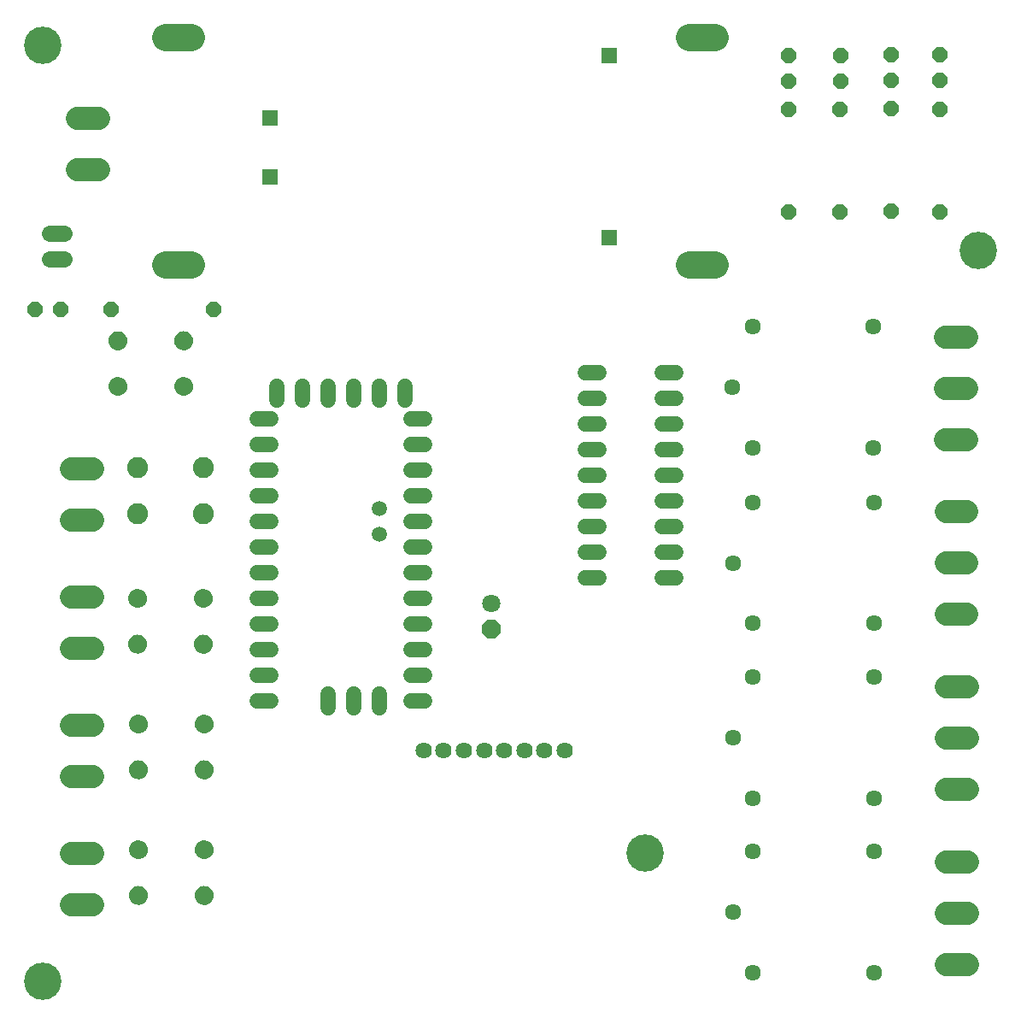
<source format=gbr>
G04 EAGLE Gerber RS-274X export*
G75*
%MOMM*%
%FSLAX34Y34*%
%LPD*%
%INSoldermask Bottom*%
%IPPOS*%
%AMOC8*
5,1,8,0,0,1.08239X$1,22.5*%
G01*
%ADD10C,3.703200*%
%ADD11P,1.951982X8X292.500000*%
%ADD12C,1.803400*%
%ADD13C,2.743200*%
%ADD14P,1.649562X8X292.500000*%
%ADD15P,1.649562X8X112.500000*%
%ADD16C,2.082800*%
%ADD17C,1.625600*%
%ADD18C,1.511200*%
%ADD19C,1.511200*%
%ADD20R,1.511200X1.511200*%
%ADD21C,1.524000*%
%ADD22P,1.649562X8X202.500000*%
%ADD23P,1.649562X8X22.500000*%
%ADD24C,2.298700*%
%ADD25C,1.625600*%
%ADD26C,1.611200*%

G36*
X177354Y662818D02*
X177354Y662818D01*
X177375Y662816D01*
X179066Y662968D01*
X179112Y662981D01*
X179188Y662991D01*
X180817Y663470D01*
X180845Y663484D01*
X180866Y663488D01*
X180891Y663502D01*
X180932Y663517D01*
X182436Y664304D01*
X182475Y664333D01*
X182540Y664372D01*
X183862Y665438D01*
X183894Y665474D01*
X183951Y665525D01*
X185040Y666828D01*
X185063Y666869D01*
X185110Y666930D01*
X185923Y668421D01*
X185938Y668466D01*
X185972Y668535D01*
X186479Y670155D01*
X186485Y670203D01*
X186504Y670277D01*
X186685Y671960D01*
X186710Y672158D01*
X186707Y672209D01*
X186711Y672300D01*
X186538Y674009D01*
X186525Y674055D01*
X186513Y674131D01*
X186010Y675773D01*
X185988Y675816D01*
X185962Y675888D01*
X185148Y677401D01*
X185118Y677438D01*
X185078Y677504D01*
X183985Y678828D01*
X183948Y678860D01*
X183897Y678916D01*
X182566Y680002D01*
X182523Y680025D01*
X182462Y680071D01*
X180945Y680876D01*
X180899Y680891D01*
X180830Y680923D01*
X179977Y681179D01*
X179184Y681417D01*
X179137Y681423D01*
X179062Y681441D01*
X177475Y681593D01*
X177458Y681600D01*
X177364Y681641D01*
X177354Y681641D01*
X177346Y681645D01*
X177159Y681656D01*
X175480Y681503D01*
X175433Y681490D01*
X175358Y681480D01*
X173741Y681002D01*
X173698Y680981D01*
X173626Y680956D01*
X172134Y680172D01*
X172096Y680142D01*
X172030Y680104D01*
X170719Y679044D01*
X170688Y679008D01*
X170631Y678957D01*
X169552Y677662D01*
X169528Y677620D01*
X169482Y677559D01*
X168676Y676078D01*
X168661Y676033D01*
X168628Y675964D01*
X168127Y674355D01*
X168121Y674307D01*
X168102Y674233D01*
X167927Y672580D01*
X167880Y672324D01*
X167880Y672302D01*
X167873Y672142D01*
X168058Y670425D01*
X168071Y670378D01*
X168083Y670303D01*
X168599Y668654D01*
X168621Y668611D01*
X168647Y668540D01*
X169475Y667023D01*
X169505Y666985D01*
X169545Y666920D01*
X170653Y665594D01*
X170689Y665563D01*
X170741Y665507D01*
X172086Y664423D01*
X172128Y664400D01*
X172190Y664354D01*
X173721Y663553D01*
X173767Y663539D01*
X173836Y663507D01*
X175493Y663019D01*
X175541Y663014D01*
X175616Y662996D01*
X177084Y662864D01*
X177112Y662848D01*
X177151Y662842D01*
X177188Y662827D01*
X177284Y662822D01*
X177334Y662814D01*
X177354Y662818D01*
G37*
G36*
X112330Y662793D02*
X112330Y662793D01*
X112351Y662791D01*
X114042Y662943D01*
X114088Y662956D01*
X114164Y662966D01*
X115793Y663445D01*
X115821Y663459D01*
X115842Y663463D01*
X115867Y663477D01*
X115908Y663492D01*
X117412Y664279D01*
X117451Y664308D01*
X117516Y664347D01*
X118838Y665413D01*
X118870Y665449D01*
X118927Y665500D01*
X120016Y666803D01*
X120039Y666844D01*
X120086Y666905D01*
X120899Y668396D01*
X120914Y668441D01*
X120948Y668510D01*
X121455Y670130D01*
X121461Y670178D01*
X121480Y670252D01*
X121661Y671935D01*
X121686Y672133D01*
X121683Y672184D01*
X121687Y672275D01*
X121514Y673984D01*
X121501Y674030D01*
X121489Y674106D01*
X120986Y675748D01*
X120964Y675791D01*
X120938Y675863D01*
X120124Y677376D01*
X120094Y677413D01*
X120054Y677479D01*
X118961Y678803D01*
X118924Y678835D01*
X118873Y678891D01*
X117542Y679977D01*
X117499Y680000D01*
X117438Y680046D01*
X115921Y680851D01*
X115875Y680866D01*
X115806Y680898D01*
X114953Y681154D01*
X114160Y681392D01*
X114113Y681398D01*
X114038Y681416D01*
X112451Y681568D01*
X112434Y681575D01*
X112340Y681616D01*
X112330Y681616D01*
X112322Y681620D01*
X112135Y681631D01*
X110456Y681478D01*
X110409Y681465D01*
X110334Y681455D01*
X108717Y680977D01*
X108674Y680956D01*
X108602Y680931D01*
X107110Y680147D01*
X107072Y680117D01*
X107006Y680079D01*
X105695Y679019D01*
X105664Y678983D01*
X105607Y678932D01*
X104528Y677637D01*
X104504Y677595D01*
X104458Y677534D01*
X103652Y676053D01*
X103637Y676008D01*
X103604Y675939D01*
X103103Y674330D01*
X103097Y674282D01*
X103078Y674208D01*
X102903Y672555D01*
X102856Y672299D01*
X102856Y672277D01*
X102849Y672117D01*
X103034Y670400D01*
X103047Y670353D01*
X103059Y670278D01*
X103575Y668629D01*
X103597Y668586D01*
X103623Y668515D01*
X104451Y666998D01*
X104481Y666960D01*
X104521Y666895D01*
X105629Y665569D01*
X105665Y665538D01*
X105717Y665482D01*
X107062Y664398D01*
X107104Y664375D01*
X107166Y664329D01*
X108697Y663528D01*
X108743Y663514D01*
X108812Y663482D01*
X110469Y662994D01*
X110517Y662989D01*
X110592Y662971D01*
X112060Y662839D01*
X112088Y662823D01*
X112127Y662817D01*
X112164Y662802D01*
X112260Y662797D01*
X112310Y662789D01*
X112330Y662793D01*
G37*
G36*
X112330Y617555D02*
X112330Y617555D01*
X112351Y617553D01*
X114042Y617705D01*
X114088Y617718D01*
X114164Y617728D01*
X115793Y618207D01*
X115821Y618221D01*
X115842Y618225D01*
X115867Y618239D01*
X115908Y618254D01*
X117412Y619041D01*
X117451Y619070D01*
X117516Y619109D01*
X118838Y620175D01*
X118870Y620211D01*
X118927Y620262D01*
X120016Y621565D01*
X120039Y621606D01*
X120086Y621667D01*
X120899Y623158D01*
X120914Y623203D01*
X120948Y623272D01*
X121455Y624892D01*
X121461Y624940D01*
X121480Y625014D01*
X121661Y626697D01*
X121686Y626895D01*
X121683Y626946D01*
X121687Y627037D01*
X121514Y628746D01*
X121501Y628792D01*
X121489Y628868D01*
X120986Y630510D01*
X120964Y630553D01*
X120938Y630625D01*
X120124Y632138D01*
X120094Y632175D01*
X120054Y632241D01*
X118961Y633565D01*
X118924Y633597D01*
X118873Y633653D01*
X117542Y634739D01*
X117499Y634762D01*
X117438Y634808D01*
X115921Y635613D01*
X115875Y635628D01*
X115806Y635660D01*
X114953Y635916D01*
X114160Y636154D01*
X114113Y636160D01*
X114038Y636178D01*
X112451Y636330D01*
X112434Y636337D01*
X112340Y636378D01*
X112330Y636378D01*
X112322Y636382D01*
X112135Y636393D01*
X110456Y636240D01*
X110409Y636227D01*
X110334Y636217D01*
X108717Y635739D01*
X108674Y635718D01*
X108602Y635693D01*
X107110Y634909D01*
X107072Y634879D01*
X107006Y634841D01*
X105695Y633781D01*
X105664Y633745D01*
X105607Y633694D01*
X104528Y632399D01*
X104504Y632357D01*
X104458Y632296D01*
X103652Y630815D01*
X103637Y630770D01*
X103604Y630701D01*
X103103Y629092D01*
X103097Y629044D01*
X103078Y628970D01*
X102903Y627317D01*
X102856Y627061D01*
X102856Y627039D01*
X102849Y626879D01*
X103034Y625162D01*
X103047Y625115D01*
X103059Y625040D01*
X103575Y623391D01*
X103597Y623348D01*
X103623Y623277D01*
X104451Y621760D01*
X104481Y621722D01*
X104521Y621657D01*
X105629Y620331D01*
X105665Y620300D01*
X105717Y620244D01*
X107062Y619160D01*
X107104Y619137D01*
X107166Y619091D01*
X108697Y618290D01*
X108743Y618276D01*
X108812Y618244D01*
X110469Y617756D01*
X110517Y617751D01*
X110592Y617733D01*
X112060Y617601D01*
X112088Y617585D01*
X112127Y617579D01*
X112164Y617564D01*
X112260Y617559D01*
X112310Y617551D01*
X112330Y617555D01*
G37*
G36*
X177405Y617530D02*
X177405Y617530D01*
X177426Y617528D01*
X179117Y617680D01*
X179163Y617693D01*
X179239Y617703D01*
X180868Y618182D01*
X180896Y618196D01*
X180917Y618200D01*
X180942Y618214D01*
X180983Y618229D01*
X182487Y619016D01*
X182526Y619045D01*
X182591Y619084D01*
X183913Y620150D01*
X183945Y620186D01*
X184002Y620237D01*
X185091Y621540D01*
X185114Y621581D01*
X185161Y621642D01*
X185974Y623133D01*
X185989Y623178D01*
X186023Y623247D01*
X186530Y624867D01*
X186536Y624915D01*
X186555Y624989D01*
X186736Y626672D01*
X186761Y626870D01*
X186758Y626921D01*
X186762Y627012D01*
X186589Y628721D01*
X186576Y628767D01*
X186564Y628843D01*
X186061Y630485D01*
X186039Y630528D01*
X186013Y630600D01*
X185199Y632113D01*
X185169Y632150D01*
X185129Y632216D01*
X184036Y633540D01*
X183999Y633572D01*
X183948Y633628D01*
X182617Y634714D01*
X182574Y634737D01*
X182513Y634783D01*
X180996Y635588D01*
X180950Y635603D01*
X180881Y635635D01*
X180028Y635891D01*
X179235Y636129D01*
X179188Y636135D01*
X179113Y636153D01*
X177526Y636305D01*
X177509Y636312D01*
X177415Y636353D01*
X177405Y636353D01*
X177397Y636357D01*
X177210Y636368D01*
X175531Y636215D01*
X175484Y636202D01*
X175409Y636192D01*
X173792Y635714D01*
X173749Y635693D01*
X173677Y635668D01*
X172185Y634884D01*
X172147Y634854D01*
X172081Y634816D01*
X170770Y633756D01*
X170739Y633720D01*
X170682Y633669D01*
X169603Y632374D01*
X169579Y632332D01*
X169533Y632271D01*
X168727Y630790D01*
X168712Y630745D01*
X168679Y630676D01*
X168178Y629067D01*
X168172Y629019D01*
X168153Y628945D01*
X167978Y627292D01*
X167931Y627036D01*
X167931Y627014D01*
X167924Y626854D01*
X168109Y625137D01*
X168122Y625090D01*
X168134Y625015D01*
X168650Y623366D01*
X168672Y623323D01*
X168698Y623252D01*
X169526Y621735D01*
X169556Y621697D01*
X169596Y621632D01*
X170704Y620306D01*
X170740Y620275D01*
X170792Y620219D01*
X172137Y619135D01*
X172179Y619112D01*
X172241Y619066D01*
X173772Y618265D01*
X173818Y618251D01*
X173887Y618219D01*
X175544Y617731D01*
X175592Y617726D01*
X175667Y617708D01*
X177135Y617576D01*
X177163Y617560D01*
X177202Y617554D01*
X177239Y617539D01*
X177335Y617534D01*
X177385Y617526D01*
X177405Y617530D01*
G37*
G36*
X197039Y407548D02*
X197039Y407548D01*
X197060Y407546D01*
X198751Y407698D01*
X198797Y407711D01*
X198873Y407721D01*
X200502Y408200D01*
X200530Y408214D01*
X200551Y408218D01*
X200576Y408232D01*
X200617Y408247D01*
X202121Y409034D01*
X202160Y409063D01*
X202225Y409102D01*
X203547Y410168D01*
X203579Y410204D01*
X203636Y410255D01*
X204725Y411558D01*
X204748Y411599D01*
X204795Y411660D01*
X205608Y413151D01*
X205623Y413196D01*
X205657Y413265D01*
X206164Y414885D01*
X206170Y414933D01*
X206189Y415007D01*
X206370Y416690D01*
X206395Y416888D01*
X206392Y416939D01*
X206396Y417030D01*
X206223Y418739D01*
X206210Y418785D01*
X206198Y418861D01*
X205695Y420503D01*
X205673Y420546D01*
X205647Y420618D01*
X204833Y422131D01*
X204803Y422168D01*
X204763Y422234D01*
X203670Y423558D01*
X203633Y423590D01*
X203582Y423646D01*
X202251Y424732D01*
X202208Y424755D01*
X202147Y424801D01*
X200630Y425606D01*
X200584Y425621D01*
X200515Y425653D01*
X199662Y425909D01*
X198869Y426147D01*
X198822Y426153D01*
X198747Y426171D01*
X197160Y426323D01*
X197143Y426330D01*
X197049Y426371D01*
X197039Y426371D01*
X197031Y426375D01*
X196844Y426386D01*
X195165Y426233D01*
X195118Y426220D01*
X195043Y426210D01*
X193426Y425732D01*
X193383Y425711D01*
X193311Y425686D01*
X191819Y424902D01*
X191781Y424872D01*
X191715Y424834D01*
X190404Y423774D01*
X190373Y423738D01*
X190316Y423687D01*
X189237Y422392D01*
X189213Y422350D01*
X189167Y422289D01*
X188361Y420808D01*
X188346Y420763D01*
X188313Y420694D01*
X187812Y419085D01*
X187806Y419037D01*
X187787Y418963D01*
X187612Y417310D01*
X187565Y417054D01*
X187565Y417032D01*
X187558Y416872D01*
X187743Y415155D01*
X187756Y415108D01*
X187768Y415033D01*
X188284Y413384D01*
X188306Y413341D01*
X188332Y413270D01*
X189160Y411753D01*
X189190Y411715D01*
X189230Y411650D01*
X190338Y410324D01*
X190374Y410293D01*
X190426Y410237D01*
X191771Y409153D01*
X191813Y409130D01*
X191875Y409084D01*
X193406Y408283D01*
X193452Y408269D01*
X193521Y408237D01*
X195178Y407749D01*
X195226Y407744D01*
X195301Y407726D01*
X196769Y407594D01*
X196797Y407578D01*
X196836Y407572D01*
X196873Y407557D01*
X196969Y407552D01*
X197019Y407544D01*
X197039Y407548D01*
G37*
G36*
X132015Y407523D02*
X132015Y407523D01*
X132036Y407521D01*
X133727Y407673D01*
X133773Y407686D01*
X133849Y407696D01*
X135478Y408175D01*
X135506Y408189D01*
X135527Y408193D01*
X135552Y408207D01*
X135593Y408222D01*
X137097Y409009D01*
X137136Y409038D01*
X137201Y409077D01*
X138523Y410143D01*
X138555Y410179D01*
X138612Y410230D01*
X139701Y411533D01*
X139724Y411574D01*
X139771Y411635D01*
X140584Y413126D01*
X140599Y413171D01*
X140633Y413240D01*
X141140Y414860D01*
X141146Y414908D01*
X141165Y414982D01*
X141346Y416665D01*
X141371Y416863D01*
X141368Y416914D01*
X141372Y417005D01*
X141199Y418714D01*
X141186Y418760D01*
X141174Y418836D01*
X140671Y420478D01*
X140649Y420521D01*
X140623Y420593D01*
X139809Y422106D01*
X139779Y422143D01*
X139739Y422209D01*
X138646Y423533D01*
X138609Y423565D01*
X138558Y423621D01*
X137227Y424707D01*
X137184Y424730D01*
X137123Y424776D01*
X135606Y425581D01*
X135560Y425596D01*
X135491Y425628D01*
X134638Y425884D01*
X133845Y426122D01*
X133798Y426128D01*
X133723Y426146D01*
X132136Y426298D01*
X132119Y426305D01*
X132025Y426346D01*
X132015Y426346D01*
X132007Y426350D01*
X131820Y426361D01*
X130141Y426208D01*
X130094Y426195D01*
X130019Y426185D01*
X128402Y425707D01*
X128359Y425686D01*
X128287Y425661D01*
X126795Y424877D01*
X126757Y424847D01*
X126691Y424809D01*
X125380Y423749D01*
X125349Y423713D01*
X125292Y423662D01*
X124213Y422367D01*
X124189Y422325D01*
X124143Y422264D01*
X123337Y420783D01*
X123322Y420738D01*
X123289Y420669D01*
X122788Y419060D01*
X122782Y419012D01*
X122763Y418938D01*
X122588Y417285D01*
X122541Y417029D01*
X122541Y417007D01*
X122534Y416847D01*
X122719Y415130D01*
X122732Y415083D01*
X122744Y415008D01*
X123260Y413359D01*
X123282Y413316D01*
X123308Y413245D01*
X124136Y411728D01*
X124166Y411690D01*
X124206Y411625D01*
X125314Y410299D01*
X125350Y410268D01*
X125402Y410212D01*
X126747Y409128D01*
X126789Y409105D01*
X126851Y409059D01*
X128382Y408258D01*
X128428Y408244D01*
X128497Y408212D01*
X130154Y407724D01*
X130202Y407719D01*
X130277Y407701D01*
X131745Y407569D01*
X131773Y407553D01*
X131812Y407547D01*
X131849Y407532D01*
X131945Y407527D01*
X131995Y407519D01*
X132015Y407523D01*
G37*
G36*
X132015Y362285D02*
X132015Y362285D01*
X132036Y362283D01*
X133727Y362435D01*
X133773Y362448D01*
X133849Y362458D01*
X135478Y362937D01*
X135506Y362951D01*
X135527Y362955D01*
X135552Y362969D01*
X135593Y362984D01*
X137097Y363771D01*
X137136Y363800D01*
X137201Y363839D01*
X138523Y364905D01*
X138555Y364941D01*
X138612Y364992D01*
X139701Y366295D01*
X139724Y366336D01*
X139771Y366397D01*
X140584Y367888D01*
X140599Y367933D01*
X140633Y368002D01*
X141140Y369622D01*
X141146Y369670D01*
X141165Y369744D01*
X141346Y371427D01*
X141371Y371625D01*
X141368Y371676D01*
X141372Y371767D01*
X141199Y373476D01*
X141186Y373522D01*
X141174Y373598D01*
X140671Y375240D01*
X140649Y375283D01*
X140623Y375355D01*
X139809Y376868D01*
X139779Y376905D01*
X139739Y376971D01*
X138646Y378295D01*
X138609Y378327D01*
X138558Y378383D01*
X137227Y379469D01*
X137184Y379492D01*
X137123Y379538D01*
X135606Y380343D01*
X135560Y380358D01*
X135491Y380390D01*
X134638Y380646D01*
X133845Y380884D01*
X133798Y380890D01*
X133723Y380908D01*
X132136Y381060D01*
X132119Y381067D01*
X132025Y381108D01*
X132015Y381108D01*
X132007Y381112D01*
X131820Y381123D01*
X130141Y380970D01*
X130094Y380957D01*
X130019Y380947D01*
X128402Y380469D01*
X128359Y380448D01*
X128287Y380423D01*
X126795Y379639D01*
X126757Y379609D01*
X126691Y379571D01*
X125380Y378511D01*
X125349Y378475D01*
X125292Y378424D01*
X124213Y377129D01*
X124189Y377087D01*
X124143Y377026D01*
X123337Y375545D01*
X123322Y375500D01*
X123289Y375431D01*
X122788Y373822D01*
X122782Y373774D01*
X122763Y373700D01*
X122588Y372047D01*
X122541Y371791D01*
X122541Y371769D01*
X122534Y371609D01*
X122719Y369892D01*
X122732Y369845D01*
X122744Y369770D01*
X123260Y368121D01*
X123282Y368078D01*
X123308Y368007D01*
X124136Y366490D01*
X124166Y366452D01*
X124206Y366387D01*
X125314Y365061D01*
X125350Y365030D01*
X125402Y364974D01*
X126747Y363890D01*
X126789Y363867D01*
X126851Y363821D01*
X128382Y363020D01*
X128428Y363006D01*
X128497Y362974D01*
X130154Y362486D01*
X130202Y362481D01*
X130277Y362463D01*
X131745Y362331D01*
X131773Y362315D01*
X131812Y362309D01*
X131849Y362294D01*
X131945Y362289D01*
X131995Y362281D01*
X132015Y362285D01*
G37*
G36*
X197090Y362260D02*
X197090Y362260D01*
X197111Y362258D01*
X198802Y362410D01*
X198848Y362423D01*
X198924Y362433D01*
X200553Y362912D01*
X200581Y362926D01*
X200602Y362930D01*
X200627Y362944D01*
X200668Y362959D01*
X202172Y363746D01*
X202211Y363775D01*
X202276Y363814D01*
X203598Y364880D01*
X203630Y364916D01*
X203687Y364967D01*
X204776Y366270D01*
X204799Y366311D01*
X204846Y366372D01*
X205659Y367863D01*
X205674Y367908D01*
X205708Y367977D01*
X206215Y369597D01*
X206221Y369645D01*
X206240Y369719D01*
X206421Y371402D01*
X206446Y371600D01*
X206443Y371651D01*
X206447Y371742D01*
X206274Y373451D01*
X206261Y373497D01*
X206249Y373573D01*
X205746Y375215D01*
X205724Y375258D01*
X205698Y375330D01*
X204884Y376843D01*
X204854Y376880D01*
X204814Y376946D01*
X203721Y378270D01*
X203684Y378302D01*
X203633Y378358D01*
X202302Y379444D01*
X202259Y379467D01*
X202198Y379513D01*
X200681Y380318D01*
X200635Y380333D01*
X200566Y380365D01*
X199713Y380621D01*
X198920Y380859D01*
X198873Y380865D01*
X198798Y380883D01*
X197211Y381035D01*
X197194Y381042D01*
X197100Y381083D01*
X197090Y381083D01*
X197082Y381087D01*
X196895Y381098D01*
X195216Y380945D01*
X195169Y380932D01*
X195094Y380922D01*
X193477Y380444D01*
X193434Y380423D01*
X193362Y380398D01*
X191870Y379614D01*
X191832Y379584D01*
X191766Y379546D01*
X190455Y378486D01*
X190424Y378450D01*
X190367Y378399D01*
X189288Y377104D01*
X189264Y377062D01*
X189218Y377001D01*
X188412Y375520D01*
X188397Y375475D01*
X188364Y375406D01*
X187863Y373797D01*
X187857Y373749D01*
X187838Y373675D01*
X187663Y372022D01*
X187616Y371766D01*
X187616Y371744D01*
X187609Y371584D01*
X187794Y369867D01*
X187807Y369820D01*
X187819Y369745D01*
X188335Y368096D01*
X188357Y368053D01*
X188383Y367982D01*
X189211Y366465D01*
X189241Y366427D01*
X189281Y366362D01*
X190389Y365036D01*
X190425Y365005D01*
X190477Y364949D01*
X191822Y363865D01*
X191864Y363842D01*
X191926Y363796D01*
X193457Y362995D01*
X193503Y362981D01*
X193572Y362949D01*
X195229Y362461D01*
X195277Y362456D01*
X195352Y362438D01*
X196820Y362306D01*
X196848Y362290D01*
X196887Y362284D01*
X196924Y362269D01*
X197020Y362264D01*
X197070Y362256D01*
X197090Y362260D01*
G37*
G36*
X197674Y283088D02*
X197674Y283088D01*
X197695Y283086D01*
X199386Y283238D01*
X199432Y283251D01*
X199508Y283261D01*
X201137Y283740D01*
X201165Y283754D01*
X201186Y283758D01*
X201211Y283772D01*
X201252Y283787D01*
X202756Y284574D01*
X202795Y284603D01*
X202860Y284642D01*
X204182Y285708D01*
X204214Y285744D01*
X204271Y285795D01*
X205360Y287098D01*
X205383Y287139D01*
X205430Y287200D01*
X206243Y288691D01*
X206258Y288736D01*
X206292Y288805D01*
X206799Y290425D01*
X206805Y290473D01*
X206824Y290547D01*
X207005Y292230D01*
X207030Y292428D01*
X207027Y292479D01*
X207031Y292570D01*
X206858Y294279D01*
X206845Y294325D01*
X206833Y294401D01*
X206330Y296043D01*
X206308Y296086D01*
X206282Y296158D01*
X205468Y297671D01*
X205438Y297708D01*
X205398Y297774D01*
X204305Y299098D01*
X204268Y299130D01*
X204217Y299186D01*
X202886Y300272D01*
X202843Y300295D01*
X202782Y300341D01*
X201265Y301146D01*
X201219Y301161D01*
X201150Y301193D01*
X200297Y301449D01*
X199504Y301687D01*
X199457Y301693D01*
X199382Y301711D01*
X197795Y301863D01*
X197778Y301870D01*
X197684Y301911D01*
X197674Y301911D01*
X197666Y301915D01*
X197479Y301926D01*
X195800Y301773D01*
X195753Y301760D01*
X195678Y301750D01*
X194061Y301272D01*
X194018Y301251D01*
X193946Y301226D01*
X192454Y300442D01*
X192416Y300412D01*
X192350Y300374D01*
X191039Y299314D01*
X191008Y299278D01*
X190951Y299227D01*
X189872Y297932D01*
X189848Y297890D01*
X189802Y297829D01*
X188996Y296348D01*
X188981Y296303D01*
X188948Y296234D01*
X188447Y294625D01*
X188441Y294577D01*
X188422Y294503D01*
X188247Y292850D01*
X188200Y292594D01*
X188200Y292572D01*
X188193Y292412D01*
X188378Y290695D01*
X188391Y290648D01*
X188403Y290573D01*
X188919Y288924D01*
X188941Y288881D01*
X188967Y288810D01*
X189795Y287293D01*
X189825Y287255D01*
X189865Y287190D01*
X190973Y285864D01*
X191009Y285833D01*
X191061Y285777D01*
X192406Y284693D01*
X192448Y284670D01*
X192510Y284624D01*
X194041Y283823D01*
X194087Y283809D01*
X194156Y283777D01*
X195813Y283289D01*
X195861Y283284D01*
X195936Y283266D01*
X197404Y283134D01*
X197432Y283118D01*
X197471Y283112D01*
X197508Y283097D01*
X197604Y283092D01*
X197654Y283084D01*
X197674Y283088D01*
G37*
G36*
X132650Y283063D02*
X132650Y283063D01*
X132671Y283061D01*
X134362Y283213D01*
X134408Y283226D01*
X134484Y283236D01*
X136113Y283715D01*
X136141Y283729D01*
X136162Y283733D01*
X136187Y283747D01*
X136228Y283762D01*
X137732Y284549D01*
X137771Y284578D01*
X137836Y284617D01*
X139158Y285683D01*
X139190Y285719D01*
X139247Y285770D01*
X140336Y287073D01*
X140359Y287114D01*
X140406Y287175D01*
X141219Y288666D01*
X141234Y288711D01*
X141268Y288780D01*
X141775Y290400D01*
X141781Y290448D01*
X141800Y290522D01*
X141981Y292205D01*
X142006Y292403D01*
X142003Y292454D01*
X142007Y292545D01*
X141834Y294254D01*
X141821Y294300D01*
X141809Y294376D01*
X141306Y296018D01*
X141284Y296061D01*
X141258Y296133D01*
X140444Y297646D01*
X140414Y297683D01*
X140374Y297749D01*
X139281Y299073D01*
X139244Y299105D01*
X139193Y299161D01*
X137862Y300247D01*
X137819Y300270D01*
X137758Y300316D01*
X136241Y301121D01*
X136195Y301136D01*
X136126Y301168D01*
X135273Y301424D01*
X134480Y301662D01*
X134433Y301668D01*
X134358Y301686D01*
X132771Y301838D01*
X132754Y301845D01*
X132660Y301886D01*
X132650Y301886D01*
X132642Y301890D01*
X132455Y301901D01*
X130776Y301748D01*
X130729Y301735D01*
X130654Y301725D01*
X129037Y301247D01*
X128994Y301226D01*
X128922Y301201D01*
X127430Y300417D01*
X127392Y300387D01*
X127326Y300349D01*
X126015Y299289D01*
X125984Y299253D01*
X125927Y299202D01*
X124848Y297907D01*
X124824Y297865D01*
X124778Y297804D01*
X123972Y296323D01*
X123957Y296278D01*
X123924Y296209D01*
X123423Y294600D01*
X123417Y294552D01*
X123398Y294478D01*
X123223Y292825D01*
X123176Y292569D01*
X123176Y292547D01*
X123169Y292387D01*
X123354Y290670D01*
X123367Y290623D01*
X123379Y290548D01*
X123895Y288899D01*
X123917Y288856D01*
X123943Y288785D01*
X124771Y287268D01*
X124801Y287230D01*
X124841Y287165D01*
X125949Y285839D01*
X125985Y285808D01*
X126037Y285752D01*
X127382Y284668D01*
X127424Y284645D01*
X127486Y284599D01*
X129017Y283798D01*
X129063Y283784D01*
X129132Y283752D01*
X130789Y283264D01*
X130837Y283259D01*
X130912Y283241D01*
X132380Y283109D01*
X132408Y283093D01*
X132447Y283087D01*
X132484Y283072D01*
X132580Y283067D01*
X132630Y283059D01*
X132650Y283063D01*
G37*
G36*
X132650Y237825D02*
X132650Y237825D01*
X132671Y237823D01*
X134362Y237975D01*
X134408Y237988D01*
X134484Y237998D01*
X136113Y238477D01*
X136141Y238491D01*
X136162Y238495D01*
X136187Y238509D01*
X136228Y238524D01*
X137732Y239311D01*
X137771Y239340D01*
X137836Y239379D01*
X139158Y240445D01*
X139190Y240481D01*
X139247Y240532D01*
X140336Y241835D01*
X140359Y241876D01*
X140406Y241937D01*
X141219Y243428D01*
X141234Y243473D01*
X141268Y243542D01*
X141775Y245162D01*
X141781Y245210D01*
X141800Y245284D01*
X141981Y246967D01*
X142006Y247165D01*
X142003Y247216D01*
X142007Y247307D01*
X141834Y249016D01*
X141821Y249062D01*
X141809Y249138D01*
X141306Y250780D01*
X141284Y250823D01*
X141258Y250895D01*
X140444Y252408D01*
X140414Y252445D01*
X140374Y252511D01*
X139281Y253835D01*
X139244Y253867D01*
X139193Y253923D01*
X137862Y255009D01*
X137819Y255032D01*
X137758Y255078D01*
X136241Y255883D01*
X136195Y255898D01*
X136126Y255930D01*
X135273Y256186D01*
X134480Y256424D01*
X134433Y256430D01*
X134358Y256448D01*
X132771Y256600D01*
X132754Y256607D01*
X132660Y256648D01*
X132650Y256648D01*
X132642Y256652D01*
X132455Y256663D01*
X130776Y256510D01*
X130729Y256497D01*
X130654Y256487D01*
X129037Y256009D01*
X128994Y255988D01*
X128922Y255963D01*
X127430Y255179D01*
X127392Y255149D01*
X127326Y255111D01*
X126015Y254051D01*
X125984Y254015D01*
X125927Y253964D01*
X124848Y252669D01*
X124824Y252627D01*
X124778Y252566D01*
X123972Y251085D01*
X123957Y251040D01*
X123924Y250971D01*
X123423Y249362D01*
X123417Y249314D01*
X123398Y249240D01*
X123223Y247587D01*
X123176Y247331D01*
X123176Y247309D01*
X123169Y247149D01*
X123354Y245432D01*
X123367Y245385D01*
X123379Y245310D01*
X123895Y243661D01*
X123917Y243618D01*
X123943Y243547D01*
X124771Y242030D01*
X124801Y241992D01*
X124841Y241927D01*
X125949Y240601D01*
X125985Y240570D01*
X126037Y240514D01*
X127382Y239430D01*
X127424Y239407D01*
X127486Y239361D01*
X129017Y238560D01*
X129063Y238546D01*
X129132Y238514D01*
X130789Y238026D01*
X130837Y238021D01*
X130912Y238003D01*
X132380Y237871D01*
X132408Y237855D01*
X132447Y237849D01*
X132484Y237834D01*
X132580Y237829D01*
X132630Y237821D01*
X132650Y237825D01*
G37*
G36*
X197725Y237800D02*
X197725Y237800D01*
X197746Y237798D01*
X199437Y237950D01*
X199483Y237963D01*
X199559Y237973D01*
X201188Y238452D01*
X201216Y238466D01*
X201237Y238470D01*
X201262Y238484D01*
X201303Y238499D01*
X202807Y239286D01*
X202846Y239315D01*
X202911Y239354D01*
X204233Y240420D01*
X204265Y240456D01*
X204322Y240507D01*
X205411Y241810D01*
X205434Y241851D01*
X205481Y241912D01*
X206294Y243403D01*
X206309Y243448D01*
X206343Y243517D01*
X206850Y245137D01*
X206856Y245185D01*
X206875Y245259D01*
X207056Y246942D01*
X207081Y247140D01*
X207078Y247191D01*
X207082Y247282D01*
X206909Y248991D01*
X206896Y249037D01*
X206884Y249113D01*
X206381Y250755D01*
X206359Y250798D01*
X206333Y250870D01*
X205519Y252383D01*
X205489Y252420D01*
X205449Y252486D01*
X204356Y253810D01*
X204319Y253842D01*
X204268Y253898D01*
X202937Y254984D01*
X202894Y255007D01*
X202833Y255053D01*
X201316Y255858D01*
X201270Y255873D01*
X201201Y255905D01*
X200348Y256161D01*
X199555Y256399D01*
X199508Y256405D01*
X199433Y256423D01*
X197846Y256575D01*
X197829Y256582D01*
X197735Y256623D01*
X197725Y256623D01*
X197717Y256627D01*
X197530Y256638D01*
X195851Y256485D01*
X195804Y256472D01*
X195729Y256462D01*
X194112Y255984D01*
X194069Y255963D01*
X193997Y255938D01*
X192505Y255154D01*
X192467Y255124D01*
X192401Y255086D01*
X191090Y254026D01*
X191059Y253990D01*
X191002Y253939D01*
X189923Y252644D01*
X189899Y252602D01*
X189853Y252541D01*
X189047Y251060D01*
X189032Y251015D01*
X188999Y250946D01*
X188498Y249337D01*
X188492Y249289D01*
X188473Y249215D01*
X188298Y247562D01*
X188251Y247306D01*
X188251Y247284D01*
X188244Y247124D01*
X188429Y245407D01*
X188442Y245360D01*
X188454Y245285D01*
X188970Y243636D01*
X188992Y243593D01*
X189018Y243522D01*
X189846Y242005D01*
X189876Y241967D01*
X189916Y241902D01*
X191024Y240576D01*
X191060Y240545D01*
X191112Y240489D01*
X192457Y239405D01*
X192499Y239382D01*
X192561Y239336D01*
X194092Y238535D01*
X194138Y238521D01*
X194207Y238489D01*
X195864Y238001D01*
X195912Y237996D01*
X195987Y237978D01*
X197455Y237846D01*
X197483Y237830D01*
X197522Y237824D01*
X197559Y237809D01*
X197655Y237804D01*
X197705Y237796D01*
X197725Y237800D01*
G37*
G36*
X197674Y158628D02*
X197674Y158628D01*
X197695Y158626D01*
X199386Y158778D01*
X199432Y158791D01*
X199508Y158801D01*
X201137Y159280D01*
X201165Y159294D01*
X201186Y159298D01*
X201211Y159312D01*
X201252Y159327D01*
X202756Y160114D01*
X202795Y160143D01*
X202860Y160182D01*
X204182Y161248D01*
X204214Y161284D01*
X204271Y161335D01*
X205360Y162638D01*
X205383Y162679D01*
X205430Y162740D01*
X206243Y164231D01*
X206258Y164276D01*
X206292Y164345D01*
X206799Y165965D01*
X206805Y166013D01*
X206824Y166087D01*
X207005Y167770D01*
X207030Y167968D01*
X207027Y168019D01*
X207031Y168110D01*
X206858Y169819D01*
X206845Y169865D01*
X206833Y169941D01*
X206330Y171583D01*
X206308Y171626D01*
X206282Y171698D01*
X205468Y173211D01*
X205438Y173248D01*
X205398Y173314D01*
X204305Y174638D01*
X204268Y174670D01*
X204217Y174726D01*
X202886Y175812D01*
X202843Y175835D01*
X202782Y175881D01*
X201265Y176686D01*
X201219Y176701D01*
X201150Y176733D01*
X200297Y176989D01*
X199504Y177227D01*
X199457Y177233D01*
X199382Y177251D01*
X197795Y177403D01*
X197778Y177410D01*
X197684Y177451D01*
X197674Y177451D01*
X197666Y177455D01*
X197479Y177466D01*
X195800Y177313D01*
X195753Y177300D01*
X195678Y177290D01*
X194061Y176812D01*
X194018Y176791D01*
X193946Y176766D01*
X192454Y175982D01*
X192416Y175952D01*
X192350Y175914D01*
X191039Y174854D01*
X191008Y174818D01*
X190951Y174767D01*
X189872Y173472D01*
X189848Y173430D01*
X189802Y173369D01*
X188996Y171888D01*
X188981Y171843D01*
X188948Y171774D01*
X188447Y170165D01*
X188441Y170117D01*
X188422Y170043D01*
X188247Y168390D01*
X188200Y168134D01*
X188200Y168112D01*
X188193Y167952D01*
X188378Y166235D01*
X188391Y166188D01*
X188403Y166113D01*
X188919Y164464D01*
X188941Y164421D01*
X188967Y164350D01*
X189795Y162833D01*
X189825Y162795D01*
X189865Y162730D01*
X190973Y161404D01*
X191009Y161373D01*
X191061Y161317D01*
X192406Y160233D01*
X192448Y160210D01*
X192510Y160164D01*
X194041Y159363D01*
X194087Y159349D01*
X194156Y159317D01*
X195813Y158829D01*
X195861Y158824D01*
X195936Y158806D01*
X197404Y158674D01*
X197432Y158658D01*
X197471Y158652D01*
X197508Y158637D01*
X197604Y158632D01*
X197654Y158624D01*
X197674Y158628D01*
G37*
G36*
X132650Y158603D02*
X132650Y158603D01*
X132671Y158601D01*
X134362Y158753D01*
X134408Y158766D01*
X134484Y158776D01*
X136113Y159255D01*
X136141Y159269D01*
X136162Y159273D01*
X136187Y159287D01*
X136228Y159302D01*
X137732Y160089D01*
X137771Y160118D01*
X137836Y160157D01*
X139158Y161223D01*
X139190Y161259D01*
X139247Y161310D01*
X140336Y162613D01*
X140359Y162654D01*
X140406Y162715D01*
X141219Y164206D01*
X141234Y164251D01*
X141268Y164320D01*
X141775Y165940D01*
X141781Y165988D01*
X141800Y166062D01*
X141981Y167745D01*
X142006Y167943D01*
X142003Y167994D01*
X142007Y168085D01*
X141834Y169794D01*
X141821Y169840D01*
X141809Y169916D01*
X141306Y171558D01*
X141284Y171601D01*
X141258Y171673D01*
X140444Y173186D01*
X140414Y173223D01*
X140374Y173289D01*
X139281Y174613D01*
X139244Y174645D01*
X139193Y174701D01*
X137862Y175787D01*
X137819Y175810D01*
X137758Y175856D01*
X136241Y176661D01*
X136195Y176676D01*
X136126Y176708D01*
X135273Y176964D01*
X134480Y177202D01*
X134433Y177208D01*
X134358Y177226D01*
X132771Y177378D01*
X132754Y177385D01*
X132660Y177426D01*
X132650Y177426D01*
X132642Y177430D01*
X132455Y177441D01*
X130776Y177288D01*
X130729Y177275D01*
X130654Y177265D01*
X129037Y176787D01*
X128994Y176766D01*
X128922Y176741D01*
X127430Y175957D01*
X127392Y175927D01*
X127326Y175889D01*
X126015Y174829D01*
X125984Y174793D01*
X125927Y174742D01*
X124848Y173447D01*
X124824Y173405D01*
X124778Y173344D01*
X123972Y171863D01*
X123957Y171818D01*
X123924Y171749D01*
X123423Y170140D01*
X123417Y170092D01*
X123398Y170018D01*
X123223Y168365D01*
X123176Y168109D01*
X123176Y168087D01*
X123169Y167927D01*
X123354Y166210D01*
X123367Y166163D01*
X123379Y166088D01*
X123895Y164439D01*
X123917Y164396D01*
X123943Y164325D01*
X124771Y162808D01*
X124801Y162770D01*
X124841Y162705D01*
X125949Y161379D01*
X125985Y161348D01*
X126037Y161292D01*
X127382Y160208D01*
X127424Y160185D01*
X127486Y160139D01*
X129017Y159338D01*
X129063Y159324D01*
X129132Y159292D01*
X130789Y158804D01*
X130837Y158799D01*
X130912Y158781D01*
X132380Y158649D01*
X132408Y158633D01*
X132447Y158627D01*
X132484Y158612D01*
X132580Y158607D01*
X132630Y158599D01*
X132650Y158603D01*
G37*
G36*
X132650Y113365D02*
X132650Y113365D01*
X132671Y113363D01*
X134362Y113515D01*
X134408Y113528D01*
X134484Y113538D01*
X136113Y114017D01*
X136141Y114031D01*
X136162Y114035D01*
X136187Y114049D01*
X136228Y114064D01*
X137732Y114851D01*
X137771Y114880D01*
X137836Y114919D01*
X139158Y115985D01*
X139190Y116021D01*
X139247Y116072D01*
X140336Y117375D01*
X140359Y117416D01*
X140406Y117477D01*
X141219Y118968D01*
X141234Y119013D01*
X141268Y119082D01*
X141775Y120702D01*
X141781Y120750D01*
X141800Y120824D01*
X141981Y122507D01*
X142006Y122705D01*
X142003Y122756D01*
X142007Y122847D01*
X141834Y124556D01*
X141821Y124602D01*
X141809Y124678D01*
X141306Y126320D01*
X141284Y126363D01*
X141258Y126435D01*
X140444Y127948D01*
X140414Y127985D01*
X140374Y128051D01*
X139281Y129375D01*
X139244Y129407D01*
X139193Y129463D01*
X137862Y130549D01*
X137819Y130572D01*
X137758Y130618D01*
X136241Y131423D01*
X136195Y131438D01*
X136126Y131470D01*
X135273Y131726D01*
X134480Y131964D01*
X134433Y131970D01*
X134358Y131988D01*
X132771Y132140D01*
X132754Y132147D01*
X132660Y132188D01*
X132650Y132188D01*
X132642Y132192D01*
X132455Y132203D01*
X130776Y132050D01*
X130729Y132037D01*
X130654Y132027D01*
X129037Y131549D01*
X128994Y131528D01*
X128922Y131503D01*
X127430Y130719D01*
X127392Y130689D01*
X127326Y130651D01*
X126015Y129591D01*
X125984Y129555D01*
X125927Y129504D01*
X124848Y128209D01*
X124824Y128167D01*
X124778Y128106D01*
X123972Y126625D01*
X123957Y126580D01*
X123924Y126511D01*
X123423Y124902D01*
X123417Y124854D01*
X123398Y124780D01*
X123223Y123127D01*
X123176Y122871D01*
X123176Y122849D01*
X123169Y122689D01*
X123354Y120972D01*
X123367Y120925D01*
X123379Y120850D01*
X123895Y119201D01*
X123917Y119158D01*
X123943Y119087D01*
X124771Y117570D01*
X124801Y117532D01*
X124841Y117467D01*
X125949Y116141D01*
X125985Y116110D01*
X126037Y116054D01*
X127382Y114970D01*
X127424Y114947D01*
X127486Y114901D01*
X129017Y114100D01*
X129063Y114086D01*
X129132Y114054D01*
X130789Y113566D01*
X130837Y113561D01*
X130912Y113543D01*
X132380Y113411D01*
X132408Y113395D01*
X132447Y113389D01*
X132484Y113374D01*
X132580Y113369D01*
X132630Y113361D01*
X132650Y113365D01*
G37*
G36*
X197725Y113340D02*
X197725Y113340D01*
X197746Y113338D01*
X199437Y113490D01*
X199483Y113503D01*
X199559Y113513D01*
X201188Y113992D01*
X201216Y114006D01*
X201237Y114010D01*
X201261Y114024D01*
X201303Y114039D01*
X202807Y114826D01*
X202846Y114855D01*
X202911Y114894D01*
X204233Y115960D01*
X204265Y115996D01*
X204322Y116047D01*
X205411Y117350D01*
X205434Y117391D01*
X205481Y117452D01*
X206294Y118943D01*
X206309Y118988D01*
X206343Y119057D01*
X206850Y120677D01*
X206856Y120725D01*
X206875Y120799D01*
X207056Y122482D01*
X207081Y122680D01*
X207078Y122731D01*
X207082Y122822D01*
X206909Y124531D01*
X206896Y124577D01*
X206884Y124653D01*
X206381Y126295D01*
X206359Y126338D01*
X206333Y126410D01*
X205519Y127923D01*
X205489Y127960D01*
X205449Y128026D01*
X204356Y129350D01*
X204319Y129382D01*
X204268Y129438D01*
X202937Y130524D01*
X202894Y130547D01*
X202833Y130593D01*
X201316Y131398D01*
X201270Y131413D01*
X201201Y131445D01*
X200348Y131701D01*
X199555Y131939D01*
X199508Y131945D01*
X199433Y131963D01*
X197846Y132115D01*
X197829Y132122D01*
X197735Y132163D01*
X197725Y132163D01*
X197717Y132167D01*
X197530Y132178D01*
X195851Y132025D01*
X195804Y132012D01*
X195729Y132002D01*
X194112Y131524D01*
X194069Y131503D01*
X193997Y131478D01*
X192505Y130694D01*
X192467Y130664D01*
X192401Y130626D01*
X191090Y129566D01*
X191059Y129530D01*
X191002Y129479D01*
X189923Y128184D01*
X189899Y128142D01*
X189853Y128081D01*
X189047Y126600D01*
X189032Y126555D01*
X188999Y126486D01*
X188498Y124877D01*
X188492Y124829D01*
X188473Y124755D01*
X188298Y123102D01*
X188251Y122846D01*
X188251Y122824D01*
X188244Y122664D01*
X188429Y120947D01*
X188442Y120900D01*
X188454Y120825D01*
X188970Y119176D01*
X188992Y119133D01*
X189018Y119062D01*
X189846Y117545D01*
X189876Y117507D01*
X189916Y117442D01*
X191024Y116116D01*
X191060Y116085D01*
X191112Y116029D01*
X192457Y114945D01*
X192499Y114922D01*
X192561Y114876D01*
X194092Y114075D01*
X194138Y114061D01*
X194207Y114029D01*
X195864Y113541D01*
X195912Y113536D01*
X195987Y113518D01*
X197455Y113386D01*
X197483Y113370D01*
X197522Y113364D01*
X197559Y113349D01*
X197655Y113344D01*
X197705Y113336D01*
X197725Y113340D01*
G37*
D10*
X38100Y965200D03*
X965200Y762000D03*
X635000Y165100D03*
X38100Y38100D03*
D11*
X482600Y386715D03*
D12*
X482600Y412115D03*
D13*
X184785Y972312D02*
X159385Y972312D01*
X159385Y747268D02*
X184785Y747268D01*
X678815Y972312D02*
X704215Y972312D01*
X704215Y747268D02*
X678815Y747268D01*
D14*
X777240Y955040D03*
X777240Y929640D03*
X828675Y955040D03*
X828675Y929640D03*
D15*
X776605Y800100D03*
X776605Y901700D03*
X828040Y799465D03*
X828040Y901065D03*
D16*
X196977Y501269D03*
X131953Y501269D03*
X196977Y546481D03*
X131953Y546481D03*
D17*
X555140Y266700D03*
X535140Y266700D03*
X515140Y266700D03*
X495140Y266700D03*
X475140Y266700D03*
X455140Y266700D03*
X435140Y266700D03*
X415140Y266700D03*
D18*
X269875Y613855D02*
X269875Y626935D01*
X295275Y626935D02*
X295275Y613855D01*
X320675Y613855D02*
X320675Y626935D01*
X346075Y626935D02*
X346075Y613855D01*
X371475Y613855D02*
X371475Y626935D01*
X396875Y626935D02*
X396875Y613855D01*
X263715Y594995D02*
X250635Y594995D01*
X250635Y569595D02*
X263715Y569595D01*
X263715Y544195D02*
X250635Y544195D01*
X250635Y518795D02*
X263715Y518795D01*
X263715Y493395D02*
X250635Y493395D01*
X250635Y467995D02*
X263715Y467995D01*
X263715Y442595D02*
X250635Y442595D01*
X250635Y417195D02*
X263715Y417195D01*
X263715Y391795D02*
X250635Y391795D01*
X250635Y366395D02*
X263715Y366395D01*
X263715Y340995D02*
X250635Y340995D01*
X250635Y315595D02*
X263715Y315595D01*
X403035Y594995D02*
X416115Y594995D01*
X416115Y569595D02*
X403035Y569595D01*
X403035Y544195D02*
X416115Y544195D01*
X416115Y518795D02*
X403035Y518795D01*
X403035Y493395D02*
X416115Y493395D01*
X416115Y467995D02*
X403035Y467995D01*
X403035Y442595D02*
X416115Y442595D01*
X416115Y417195D02*
X403035Y417195D01*
X403035Y391795D02*
X416115Y391795D01*
X416115Y366395D02*
X403035Y366395D01*
X403035Y340995D02*
X416115Y340995D01*
X416115Y315595D02*
X403035Y315595D01*
X371475Y322135D02*
X371475Y309055D01*
X346075Y309055D02*
X346075Y322135D01*
X320675Y322135D02*
X320675Y309055D01*
D19*
X371475Y506095D03*
X371475Y480695D03*
D20*
X263300Y834300D03*
X263300Y893300D03*
X599300Y954300D03*
X599300Y774300D03*
D21*
X588899Y640715D02*
X575691Y640715D01*
X575691Y615315D02*
X588899Y615315D01*
X588899Y488315D02*
X575691Y488315D01*
X575691Y462915D02*
X588899Y462915D01*
X588899Y589915D02*
X575691Y589915D01*
X575691Y564515D02*
X588899Y564515D01*
X588899Y513715D02*
X575691Y513715D01*
X575691Y539115D02*
X588899Y539115D01*
X588899Y437515D02*
X575691Y437515D01*
X651891Y437515D02*
X665099Y437515D01*
X665099Y462915D02*
X651891Y462915D01*
X651891Y488315D02*
X665099Y488315D01*
X665099Y513715D02*
X651891Y513715D01*
X651891Y539115D02*
X665099Y539115D01*
X665099Y564515D02*
X651891Y564515D01*
X651891Y589915D02*
X665099Y589915D01*
X665099Y615315D02*
X651891Y615315D01*
X651891Y640715D02*
X665099Y640715D01*
D15*
X878840Y800735D03*
X878840Y902335D03*
X927100Y800100D03*
X927100Y901700D03*
D14*
X878840Y955675D03*
X878840Y930275D03*
X927100Y955675D03*
X927100Y930275D03*
D22*
X207010Y702945D03*
X105410Y702945D03*
D23*
X30480Y703580D03*
X55880Y703580D03*
D24*
X72073Y892810D02*
X93028Y892810D01*
X93028Y842010D02*
X72073Y842010D01*
D25*
X59182Y778510D02*
X44958Y778510D01*
X44958Y753110D02*
X59182Y753110D01*
D26*
X861120Y566180D03*
X741120Y686180D03*
X721120Y626180D03*
X861120Y686180D03*
X741120Y566180D03*
X861755Y392190D03*
X741755Y512190D03*
X721755Y452190D03*
X861755Y512190D03*
X741755Y392190D03*
X861755Y218835D03*
X741755Y338835D03*
X721755Y278835D03*
X861755Y338835D03*
X741755Y218835D03*
X861755Y46115D03*
X741755Y166115D03*
X721755Y106115D03*
X861755Y166115D03*
X741755Y46115D03*
D24*
X931863Y574675D02*
X952818Y574675D01*
X952818Y625475D02*
X931863Y625475D01*
X931863Y676275D02*
X952818Y676275D01*
X953453Y401955D02*
X932498Y401955D01*
X932498Y452755D02*
X953453Y452755D01*
X953453Y503555D02*
X932498Y503555D01*
X933133Y228600D02*
X954088Y228600D01*
X954088Y279400D02*
X933133Y279400D01*
X933133Y330200D02*
X954088Y330200D01*
X954088Y54610D02*
X933133Y54610D01*
X933133Y105410D02*
X954088Y105410D01*
X954088Y156210D02*
X933133Y156210D01*
X86678Y546100D02*
X65723Y546100D01*
X65723Y495300D02*
X86678Y495300D01*
X86678Y419100D02*
X65723Y419100D01*
X65723Y368300D02*
X86678Y368300D01*
X86678Y292100D02*
X65723Y292100D01*
X65723Y241300D02*
X86678Y241300D01*
X86678Y165100D02*
X65723Y165100D01*
X65723Y114300D02*
X86678Y114300D01*
M02*

</source>
